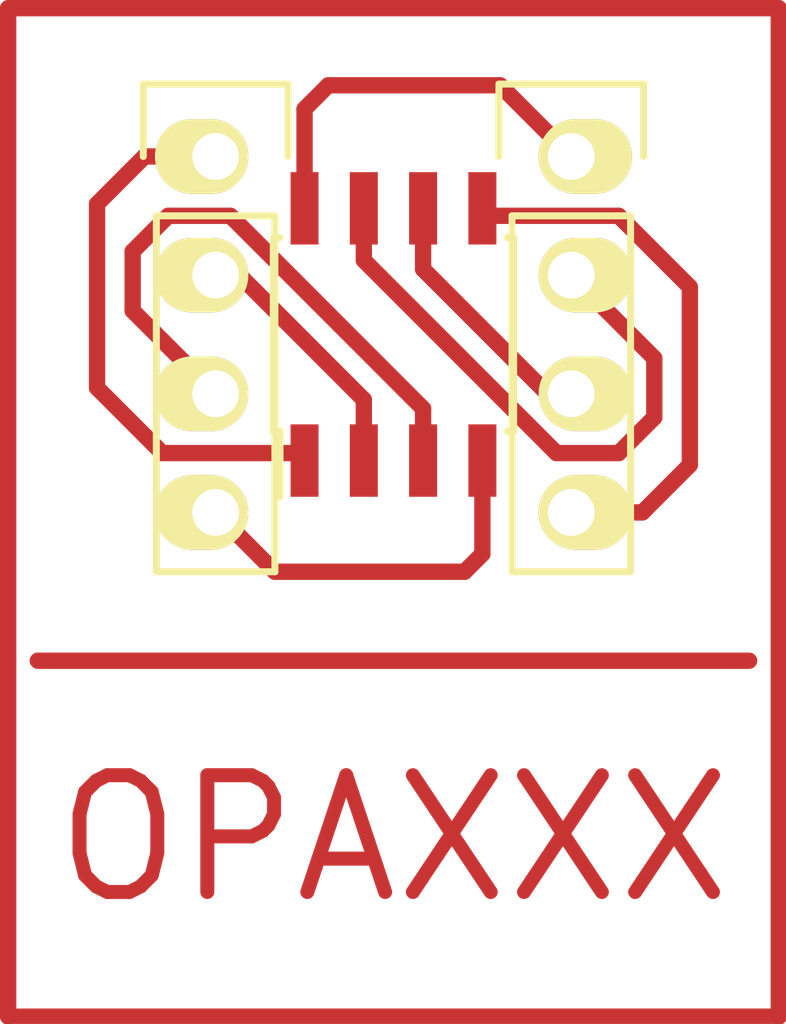
<source format=kicad_pcb>
(kicad_pcb (version 4) (host pcbnew "(after 2015-mar-04 BZR unknown)-product")

  (general
    (links 0)
    (no_connects 0)
    (area 52.964999 49.655 66.415002 65.505001)
    (thickness 1.6)
    (drawings 1)
    (tracks 46)
    (zones 0)
    (modules 3)
    (nets 1)
  )

  (page A4)
  (layers
    (0 F.Cu signal)
    (31 B.Cu signal hide)
    (32 B.Adhes user hide)
    (33 F.Adhes user hide)
    (34 B.Paste user hide)
    (35 F.Paste user hide)
    (36 B.SilkS user hide)
    (37 F.SilkS user hide)
    (38 B.Mask user hide)
    (39 F.Mask user hide)
    (40 Dwgs.User user hide)
    (41 Cmts.User user hide)
    (42 Eco1.User user hide)
    (43 Eco2.User user hide)
    (44 Edge.Cuts user hide)
    (45 Margin user hide)
    (46 B.CrtYd user hide)
    (47 F.CrtYd user hide)
    (48 B.Fab user hide)
    (49 F.Fab user hide)
  )

  (setup
    (last_trace_width 0.35)
    (user_trace_width 0.3)
    (user_trace_width 0.35)
    (trace_clearance 0.2)
    (zone_clearance 0.508)
    (zone_45_only no)
    (trace_min 0.2)
    (segment_width 0.2)
    (edge_width 0.1)
    (via_size 0.6)
    (via_drill 0.4)
    (via_min_size 0.4)
    (via_min_drill 0.3)
    (uvia_size 0.3)
    (uvia_drill 0.1)
    (uvias_allowed no)
    (uvia_min_size 0.2)
    (uvia_min_drill 0.1)
    (pcb_text_width 0.3)
    (pcb_text_size 1.5 1.5)
    (mod_edge_width 0.15)
    (mod_text_size 1 1)
    (mod_text_width 0.15)
    (pad_size 2 1.6)
    (pad_drill 1)
    (pad_to_mask_clearance 0)
    (aux_axis_origin 0 0)
    (visible_elements FFFFFF7F)
    (pcbplotparams
      (layerselection 0x00030_80000001)
      (usegerberextensions false)
      (excludeedgelayer true)
      (linewidth 0.100000)
      (plotframeref false)
      (viasonmask false)
      (mode 1)
      (useauxorigin false)
      (hpglpennumber 1)
      (hpglpenspeed 20)
      (hpglpendiameter 15)
      (hpglpenoverlay 2)
      (psnegative false)
      (psa4output false)
      (plotreference true)
      (plotvalue true)
      (plotinvisibletext false)
      (padsonsilk false)
      (subtractmaskfromsilk false)
      (outputformat 1)
      (mirror false)
      (drillshape 1)
      (scaleselection 1)
      (outputdirectory ""))
  )

  (net 0 "")

  (net_class Default "This is the default net class."
    (clearance 0.2)
    (trace_width 0.25)
    (via_dia 0.6)
    (via_drill 0.4)
    (uvia_dia 0.3)
    (uvia_drill 0.1)
  )

  (module Pin_Headers:Pin_Header_Straight_1x04 (layer F.Cu) (tedit 55727162) (tstamp 55726D17)
    (at 247.65 95.885)
    (descr "Through hole pin header")
    (tags "pin header")
    (fp_text reference "" (at 0 -5.1) (layer F.SilkS)
      (effects (font (size 1 1) (thickness 0.15)))
    )
    (fp_text value "" (at 0 -3.1) (layer F.Fab)
      (effects (font (size 1 1) (thickness 0.15)))
    )
    (fp_line (start -1.75 -1.75) (end -1.75 9.4) (layer F.CrtYd) (width 0.05))
    (fp_line (start 1.75 -1.75) (end 1.75 9.4) (layer F.CrtYd) (width 0.05))
    (fp_line (start -1.75 -1.75) (end 1.75 -1.75) (layer F.CrtYd) (width 0.05))
    (fp_line (start -1.75 9.4) (end 1.75 9.4) (layer F.CrtYd) (width 0.05))
    (fp_line (start -1.27 1.27) (end -1.27 8.89) (layer F.SilkS) (width 0.15))
    (fp_line (start 1.27 1.27) (end 1.27 8.89) (layer F.SilkS) (width 0.15))
    (fp_line (start 1.55 -1.55) (end 1.55 0) (layer F.SilkS) (width 0.15))
    (fp_line (start -1.27 8.89) (end 1.27 8.89) (layer F.SilkS) (width 0.15))
    (fp_line (start 1.27 1.27) (end -1.27 1.27) (layer F.SilkS) (width 0.15))
    (fp_line (start -1.55 0) (end -1.55 -1.55) (layer F.SilkS) (width 0.15))
    (fp_line (start -1.55 -1.55) (end 1.55 -1.55) (layer F.SilkS) (width 0.15))
    (pad 1 thru_hole oval (at 0 0) (size 2 1.6) (drill 1 (offset -0.3 0)) (layers *.Cu *.Mask F.SilkS))
    (pad 2 thru_hole oval (at 0 2.54) (size 2 1.6) (drill 1 (offset -0.3 0)) (layers *.Cu *.Mask F.SilkS))
    (pad 3 thru_hole oval (at 0 5.08) (size 2 1.6) (drill 1 (offset -0.3 0)) (layers *.Cu *.Mask F.SilkS))
    (pad 4 thru_hole oval (at 0 7.62) (size 2 1.6) (drill 1 (offset -0.3 0)) (layers *.Cu *.Mask F.SilkS))
    (model Pin_Headers.3dshapes/Pin_Header_Straight_1x04.wrl
      (at (xyz 0 -0.15 0))
      (scale (xyz 1 1 1))
      (rotate (xyz 0 0 90))
    )
  )

  (module Pin_Headers:Pin_Header_Straight_1x04 (layer F.Cu) (tedit 5572718A) (tstamp 55726D2A)
    (at 255.27 95.885)
    (descr "Through hole pin header")
    (tags "pin header")
    (fp_text reference "" (at 0 -5.1) (layer F.SilkS)
      (effects (font (size 1 1) (thickness 0.15)))
    )
    (fp_text value "" (at 0 -3.1) (layer F.Fab)
      (effects (font (size 1 1) (thickness 0.15)))
    )
    (fp_line (start -1.75 -1.75) (end -1.75 9.4) (layer F.CrtYd) (width 0.05))
    (fp_line (start 1.75 -1.75) (end 1.75 9.4) (layer F.CrtYd) (width 0.05))
    (fp_line (start -1.75 -1.75) (end 1.75 -1.75) (layer F.CrtYd) (width 0.05))
    (fp_line (start -1.75 9.4) (end 1.75 9.4) (layer F.CrtYd) (width 0.05))
    (fp_line (start -1.27 1.27) (end -1.27 8.89) (layer F.SilkS) (width 0.15))
    (fp_line (start 1.27 1.27) (end 1.27 8.89) (layer F.SilkS) (width 0.15))
    (fp_line (start 1.55 -1.55) (end 1.55 0) (layer F.SilkS) (width 0.15))
    (fp_line (start -1.27 8.89) (end 1.27 8.89) (layer F.SilkS) (width 0.15))
    (fp_line (start 1.27 1.27) (end -1.27 1.27) (layer F.SilkS) (width 0.15))
    (fp_line (start -1.55 0) (end -1.55 -1.55) (layer F.SilkS) (width 0.15))
    (fp_line (start -1.55 -1.55) (end 1.55 -1.55) (layer F.SilkS) (width 0.15))
    (pad 8 thru_hole oval (at 0 0) (size 2 1.6) (drill 1 (offset 0.3 0)) (layers *.Cu *.Mask F.SilkS))
    (pad 7 thru_hole oval (at 0 2.54) (size 2 1.6) (drill 1 (offset 0.3 0)) (layers *.Cu *.Mask F.SilkS))
    (pad 6 thru_hole oval (at 0 5.08) (size 2 1.6) (drill 1 (offset 0.3 0)) (layers *.Cu *.Mask F.SilkS))
    (pad 5 thru_hole oval (at 0 7.62) (size 2 1.6) (drill 1 (offset 0.3 0)) (layers *.Cu *.Mask F.SilkS))
    (model Pin_Headers.3dshapes/Pin_Header_Straight_1x04.wrl
      (at (xyz 0 -0.15 0))
      (scale (xyz 1 1 1))
      (rotate (xyz 0 0 90))
    )
  )

  (module Housings_SOIC:SOIC-8_3.9x4.9mm_Pitch1.27mm (layer F.Cu) (tedit 5572717D) (tstamp 557270D0)
    (at 251.46 99.695 90)
    (descr "8-Lead Plastic Small Outline (SN) - Narrow, 3.90 mm Body [SOIC] (see Microchip Packaging Specification 00000049BS.pdf)")
    (tags "SOIC 1.27")
    (attr smd)
    (fp_text reference "" (at 0 -3.5 90) (layer F.SilkS)
      (effects (font (size 1 1) (thickness 0.15)))
    )
    (fp_text value "" (at 0 3.5 90) (layer F.Fab)
      (effects (font (size 1 1) (thickness 0.15)))
    )
    (fp_line (start -3.75 -2.75) (end -3.75 2.75) (layer F.CrtYd) (width 0.05))
    (fp_line (start 3.75 -2.75) (end 3.75 2.75) (layer F.CrtYd) (width 0.05))
    (fp_line (start -3.75 -2.75) (end 3.75 -2.75) (layer F.CrtYd) (width 0.05))
    (fp_line (start -3.75 2.75) (end 3.75 2.75) (layer F.CrtYd) (width 0.05))
    (fp_line (start -2.075 -2.575) (end -2.075 -2.43) (layer F.SilkS) (width 0.15))
    (fp_line (start 2.075 -2.575) (end 2.075 -2.43) (layer F.SilkS) (width 0.15))
    (fp_line (start 2.075 2.575) (end 2.075 2.43) (layer F.SilkS) (width 0.15))
    (fp_line (start -2.075 2.575) (end -2.075 2.43) (layer F.SilkS) (width 0.15))
    (fp_line (start -2.075 -2.575) (end 2.075 -2.575) (layer F.SilkS) (width 0.15))
    (fp_line (start -2.075 2.575) (end 2.075 2.575) (layer F.SilkS) (width 0.15))
    (fp_line (start -2.075 -2.43) (end -3.475 -2.43) (layer F.SilkS) (width 0.15))
    (pad 1 smd rect (at -2.7 -1.905 90) (size 1.55 0.6) (layers F.Cu F.Paste F.Mask))
    (pad 2 smd rect (at -2.7 -0.635 90) (size 1.55 0.6) (layers F.Cu F.Paste F.Mask))
    (pad 3 smd rect (at -2.7 0.635 90) (size 1.55 0.6) (layers F.Cu F.Paste F.Mask))
    (pad 4 smd rect (at -2.7 1.905 90) (size 1.55 0.6) (layers F.Cu F.Paste F.Mask))
    (pad 5 smd rect (at 2.7 1.905 90) (size 1.55 0.6) (layers F.Cu F.Paste F.Mask))
    (pad 6 smd rect (at 2.7 0.635 90) (size 1.55 0.6) (layers F.Cu F.Paste F.Mask))
    (pad 7 smd rect (at 2.7 -0.635 90) (size 1.55 0.6) (layers F.Cu F.Paste F.Mask))
    (pad 8 smd rect (at 2.7 -1.905 90) (size 1.55 0.6) (layers F.Cu F.Paste F.Mask))
    (model Housings_SOIC.3dshapes/SOIC-8_3.9x4.9mm_Pitch1.27mm.wrl
      (at (xyz 0 0 0))
      (scale (xyz 1 1 1))
      (rotate (xyz 0 0 0))
    )
  )

  (gr_text OPAXXX (at 251.46 110.49) (layer F.Cu)
    (effects (font (size 2.5 2.5) (thickness 0.3)))
  )

  (segment (start 243.84 106.68) (end 259.08 106.68) (width 0.35) (layer F.Cu) (net 0))
  (segment (start 243.205 106.68) (end 243.205 114.3) (width 0.35) (layer F.Cu) (net 0))
  (segment (start 243.205 114.3) (end 259.715 114.3) (width 0.35) (layer F.Cu) (net 0) (tstamp 5572777E))
  (segment (start 259.715 114.3) (end 259.715 106.68) (width 0.35) (layer F.Cu) (net 0) (tstamp 5572777F))
  (segment (start 243.205 92.71) (end 259.715 92.71) (width 0.35) (layer F.Cu) (net 0))
  (segment (start 243.205 106.68) (end 243.205 92.71) (width 0.35) (layer F.Cu) (net 0) (tstamp 55727772))
  (segment (start 259.715 92.71) (end 259.715 106.68) (width 0.35) (layer F.Cu) (net 0) (tstamp 55727770))
  (segment (start 253.365 102.395) (end 253.365 104.394) (width 0.35) (layer F.Cu) (net 0))
  (segment (start 248.92 104.775) (end 247.65 103.505) (width 0.35) (layer F.Cu) (net 0) (tstamp 557276EC))
  (segment (start 252.984 104.775) (end 248.92 104.775) (width 0.35) (layer F.Cu) (net 0) (tstamp 557276EB))
  (segment (start 253.365 104.394) (end 252.984 104.775) (width 0.35) (layer F.Cu) (net 0) (tstamp 557276EA))
  (segment (start 249.555 96.995) (end 249.555 94.869) (width 0.35) (layer F.Cu) (net 0))
  (segment (start 253.746 94.361) (end 255.27 95.885) (width 0.35) (layer F.Cu) (net 0) (tstamp 557276E6))
  (segment (start 250.063 94.361) (end 253.746 94.361) (width 0.35) (layer F.Cu) (net 0) (tstamp 557276E5))
  (segment (start 249.555 94.869) (end 250.063 94.361) (width 0.35) (layer F.Cu) (net 0) (tstamp 557276E4))
  (segment (start 252.095 96.995) (end 252.095 98.298) (width 0.35) (layer F.Cu) (net 0))
  (segment (start 252.095 98.298) (end 254.762 100.965) (width 0.35) (layer F.Cu) (net 0) (tstamp 557276E0))
  (segment (start 254.762 100.965) (end 255.27 100.965) (width 0.35) (layer F.Cu) (net 0) (tstamp 557276E1))
  (segment (start 250.825 102.395) (end 250.825 101.092) (width 0.35) (layer F.Cu) (net 0))
  (segment (start 250.825 101.092) (end 248.158 98.425) (width 0.35) (layer F.Cu) (net 0) (tstamp 557276DB))
  (segment (start 248.158 98.425) (end 247.65 98.425) (width 0.35) (layer F.Cu) (net 0) (tstamp 557276DC))
  (segment (start 249.555 102.395) (end 249.395 102.235) (width 0.25) (layer F.Cu) (net 0))
  (segment (start 249.395 102.235) (end 246.507 102.235) (width 0.35) (layer F.Cu) (net 0) (tstamp 55727691))
  (segment (start 246.126 95.885) (end 247.65 95.885) (width 0.35) (layer F.Cu) (net 0) (tstamp 55727697))
  (segment (start 245.11 96.901) (end 246.126 95.885) (width 0.35) (layer F.Cu) (net 0) (tstamp 55727696))
  (segment (start 245.11 100.838) (end 245.11 96.901) (width 0.35) (layer F.Cu) (net 0) (tstamp 55727694))
  (segment (start 246.507 102.235) (end 245.11 100.838) (width 0.35) (layer F.Cu) (net 0) (tstamp 55727692))
  (segment (start 252.095 102.395) (end 252.095 101.2825) (width 0.35) (layer F.Cu) (net 0))
  (segment (start 252.095 101.2825) (end 247.9675 97.155) (width 0.35) (layer F.Cu) (net 0) (tstamp 55727687))
  (segment (start 247.9675 97.155) (end 246.634 97.155) (width 0.35) (layer F.Cu) (net 0) (tstamp 55727689))
  (segment (start 246.634 97.155) (end 245.872 97.917) (width 0.35) (layer F.Cu) (net 0) (tstamp 5572768B))
  (segment (start 245.872 97.917) (end 245.872 99.187) (width 0.35) (layer F.Cu) (net 0) (tstamp 5572768C))
  (segment (start 245.872 99.187) (end 247.65 100.965) (width 0.35) (layer F.Cu) (net 0) (tstamp 5572768D))
  (segment (start 253.365 96.995) (end 253.525 97.155) (width 0.25) (layer F.Cu) (net 0))
  (segment (start 253.525 97.155) (end 256.286 97.155) (width 0.35) (layer F.Cu) (net 0) (tstamp 5572767A))
  (segment (start 256.794 103.505) (end 255.27 103.505) (width 0.35) (layer F.Cu) (net 0) (tstamp 55727680))
  (segment (start 257.81 102.489) (end 256.794 103.505) (width 0.35) (layer F.Cu) (net 0) (tstamp 5572767E))
  (segment (start 257.81 98.679) (end 257.81 102.489) (width 0.35) (layer F.Cu) (net 0) (tstamp 5572767C))
  (segment (start 256.286 97.155) (end 257.81 98.679) (width 0.35) (layer F.Cu) (net 0) (tstamp 5572767B))
  (segment (start 250.825 96.995) (end 250.825 98.1075) (width 0.35) (layer F.Cu) (net 0))
  (segment (start 250.825 98.1075) (end 254.9525 102.235) (width 0.35) (layer F.Cu) (net 0) (tstamp 55727671))
  (segment (start 254.9525 102.235) (end 256.286 102.235) (width 0.35) (layer F.Cu) (net 0) (tstamp 55727673))
  (segment (start 256.286 102.235) (end 257.048 101.473) (width 0.35) (layer F.Cu) (net 0) (tstamp 55727674))
  (segment (start 257.048 101.473) (end 257.048 100.203) (width 0.35) (layer F.Cu) (net 0) (tstamp 55727675))
  (segment (start 257.048 100.203) (end 255.27 98.425) (width 0.35) (layer F.Cu) (net 0) (tstamp 55727676))
  (segment (start 63.5 58.42) (end 64.77 58.42) (width 0.25) (layer B.Cu) (net 0))

)

</source>
